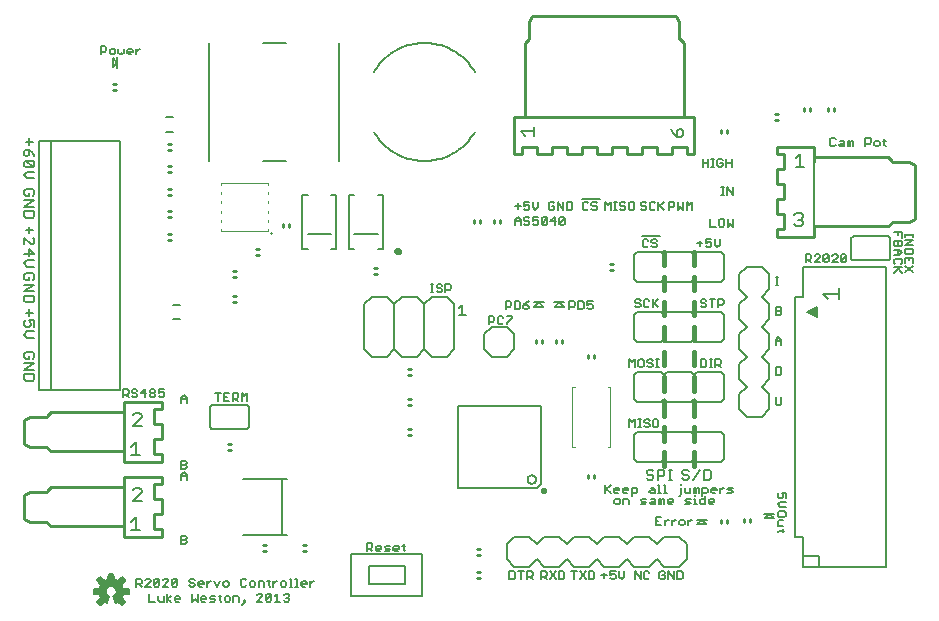
<source format=gto>
G75*
G70*
%OFA0B0*%
%FSLAX24Y24*%
%IPPOS*%
%LPD*%
%AMOC8*
5,1,8,0,0,1.08239X$1,22.5*
%
%ADD10C,0.0060*%
%ADD11C,0.0050*%
%ADD12C,0.0150*%
%ADD13C,0.0110*%
%ADD14C,0.0100*%
%ADD15C,0.0070*%
%ADD16C,0.0120*%
%ADD17C,0.0039*%
%ADD18R,0.0100X0.0200*%
%ADD19R,0.0050X0.0150*%
%ADD20R,0.0100X0.0100*%
%ADD21C,0.0080*%
%ADD22C,0.0059*%
D10*
X007130Y006780D02*
X008230Y006780D01*
X008247Y006782D01*
X008264Y006786D01*
X008280Y006793D01*
X008294Y006803D01*
X008307Y006816D01*
X008317Y006830D01*
X008324Y006846D01*
X008328Y006863D01*
X008330Y006880D01*
X008330Y007480D01*
X008328Y007497D01*
X008324Y007514D01*
X008317Y007530D01*
X008307Y007544D01*
X008294Y007557D01*
X008280Y007567D01*
X008264Y007574D01*
X008247Y007578D01*
X008230Y007580D01*
X007130Y007580D01*
X007113Y007578D01*
X007096Y007574D01*
X007080Y007567D01*
X007066Y007557D01*
X007053Y007544D01*
X007043Y007530D01*
X007036Y007514D01*
X007032Y007497D01*
X007030Y007480D01*
X007030Y006880D01*
X007032Y006863D01*
X007036Y006846D01*
X007043Y006830D01*
X007053Y006816D01*
X007066Y006803D01*
X007080Y006793D01*
X007096Y006786D01*
X007113Y006782D01*
X007130Y006780D01*
X012180Y009430D02*
X012180Y010930D01*
X012430Y011180D01*
X012930Y011180D01*
X013180Y010930D01*
X013180Y009430D01*
X012930Y009180D01*
X012430Y009180D01*
X012180Y009430D01*
X013180Y009430D02*
X013430Y009180D01*
X013930Y009180D01*
X014180Y009430D01*
X014180Y010930D01*
X013930Y011180D01*
X013430Y011180D01*
X013180Y010930D01*
X014180Y010930D02*
X014430Y011180D01*
X014930Y011180D01*
X015180Y010930D01*
X015180Y009430D01*
X014930Y009180D01*
X014430Y009180D01*
X014180Y009430D01*
X015335Y010585D02*
X015562Y010585D01*
X015448Y010585D02*
X015448Y010925D01*
X015335Y010812D01*
X016180Y009930D02*
X016430Y010180D01*
X016930Y010180D01*
X017180Y009930D01*
X017180Y009430D01*
X016930Y009180D01*
X016430Y009180D01*
X016180Y009430D01*
X016180Y009930D01*
X015300Y007560D02*
X018060Y007560D01*
X018060Y004940D01*
X017920Y004800D01*
X015300Y004800D01*
X015300Y007560D01*
X017619Y005100D02*
X017621Y005123D01*
X017627Y005146D01*
X017636Y005167D01*
X017649Y005187D01*
X017665Y005204D01*
X017683Y005218D01*
X017703Y005229D01*
X017725Y005237D01*
X017748Y005241D01*
X017772Y005241D01*
X017795Y005237D01*
X017817Y005229D01*
X017837Y005218D01*
X017855Y005204D01*
X017871Y005187D01*
X017884Y005167D01*
X017893Y005146D01*
X017899Y005123D01*
X017901Y005100D01*
X017899Y005077D01*
X017893Y005054D01*
X017884Y005033D01*
X017871Y005013D01*
X017855Y004996D01*
X017837Y004982D01*
X017817Y004971D01*
X017795Y004963D01*
X017772Y004959D01*
X017748Y004959D01*
X017725Y004963D01*
X017703Y004971D01*
X017683Y004982D01*
X017665Y004996D01*
X017649Y005013D01*
X017636Y005033D01*
X017627Y005054D01*
X017621Y005077D01*
X017619Y005100D01*
X017680Y003180D02*
X017180Y003180D01*
X016930Y002930D01*
X016930Y002430D01*
X017180Y002180D01*
X017680Y002180D01*
X017930Y002430D01*
X018180Y002180D01*
X018680Y002180D01*
X018930Y002430D01*
X019180Y002180D01*
X019680Y002180D01*
X019930Y002430D01*
X020180Y002180D01*
X020680Y002180D01*
X020930Y002430D01*
X021180Y002180D01*
X021680Y002180D01*
X021930Y002430D01*
X022180Y002180D01*
X022680Y002180D01*
X022930Y002430D01*
X022930Y002930D01*
X022680Y003180D01*
X022180Y003180D01*
X021930Y002930D01*
X021680Y003180D01*
X021180Y003180D01*
X020930Y002930D01*
X020680Y003180D01*
X020180Y003180D01*
X019930Y002930D01*
X019680Y003180D01*
X019180Y003180D01*
X018930Y002930D01*
X018680Y003180D01*
X018180Y003180D01*
X017930Y002930D01*
X017680Y003180D01*
X021180Y005780D02*
X021280Y005680D01*
X022080Y005680D01*
X022180Y005780D01*
X022280Y005680D01*
X023080Y005680D01*
X023180Y005780D01*
X023280Y005680D01*
X024080Y005680D01*
X024180Y005780D01*
X024180Y006580D01*
X024080Y006680D01*
X023280Y006680D01*
X023180Y006580D01*
X023080Y006680D01*
X022280Y006680D01*
X022180Y006580D01*
X022080Y006680D01*
X021280Y006680D01*
X021180Y006580D01*
X021180Y005780D01*
X021585Y005369D02*
X021585Y005312D01*
X021642Y005255D01*
X021755Y005255D01*
X021812Y005198D01*
X021812Y005142D01*
X021755Y005085D01*
X021642Y005085D01*
X021585Y005142D01*
X021585Y005369D02*
X021642Y005425D01*
X021755Y005425D01*
X021812Y005369D01*
X021953Y005425D02*
X022123Y005425D01*
X022180Y005369D01*
X022180Y005255D01*
X022123Y005198D01*
X021953Y005198D01*
X021953Y005085D02*
X021953Y005425D01*
X022322Y005425D02*
X022435Y005425D01*
X022378Y005425D02*
X022378Y005085D01*
X022322Y005085D02*
X022435Y005085D01*
X022773Y005142D02*
X022829Y005085D01*
X022943Y005085D01*
X022999Y005142D01*
X022999Y005198D01*
X022943Y005255D01*
X022829Y005255D01*
X022773Y005312D01*
X022773Y005369D01*
X022829Y005425D01*
X022943Y005425D01*
X022999Y005369D01*
X023141Y005085D02*
X023368Y005425D01*
X023509Y005425D02*
X023679Y005425D01*
X023736Y005369D01*
X023736Y005142D01*
X023679Y005085D01*
X023509Y005085D01*
X023509Y005425D01*
X023280Y007680D02*
X024080Y007680D01*
X024180Y007780D01*
X024180Y008580D01*
X024080Y008680D01*
X023280Y008680D01*
X023180Y008580D01*
X023080Y008680D01*
X022280Y008680D01*
X022180Y008580D01*
X022080Y008680D01*
X021280Y008680D01*
X021180Y008580D01*
X021180Y007780D01*
X021280Y007680D01*
X022080Y007680D01*
X022180Y007780D01*
X022280Y007680D01*
X023080Y007680D01*
X023180Y007780D01*
X023280Y007680D01*
X023280Y009680D02*
X023180Y009780D01*
X023080Y009680D01*
X022280Y009680D01*
X022180Y009780D01*
X022080Y009680D01*
X021280Y009680D01*
X021180Y009780D01*
X021180Y010580D01*
X021280Y010680D01*
X022080Y010680D01*
X022180Y010580D01*
X022280Y010680D01*
X023080Y010680D01*
X023180Y010580D01*
X023280Y010680D01*
X024080Y010680D01*
X024180Y010580D01*
X024180Y009780D01*
X024080Y009680D01*
X023280Y009680D01*
X023280Y011680D02*
X024080Y011680D01*
X024180Y011780D01*
X024180Y012580D01*
X024080Y012680D01*
X023280Y012680D01*
X023180Y012580D01*
X023080Y012680D01*
X022280Y012680D01*
X022180Y012580D01*
X022080Y012680D01*
X021280Y012680D01*
X021180Y012580D01*
X021180Y011780D01*
X021280Y011680D01*
X022080Y011680D01*
X022180Y011780D01*
X022280Y011680D01*
X023080Y011680D01*
X023180Y011780D01*
X023280Y011680D01*
X026540Y011180D02*
X026810Y011180D01*
X026810Y011830D01*
X026810Y012180D01*
X027330Y012180D01*
X027930Y012180D01*
X028430Y012180D01*
X029030Y012180D01*
X029560Y012180D01*
X029560Y011830D01*
X029560Y011180D01*
X029560Y003180D01*
X029560Y002530D01*
X029560Y002190D01*
X029030Y002190D01*
X028430Y002190D01*
X027930Y002190D01*
X027330Y002190D01*
X027330Y002530D01*
X026810Y002530D01*
X026810Y002190D01*
X027330Y002190D01*
X026810Y002530D02*
X026810Y003180D01*
X026540Y003180D01*
X026540Y011180D01*
X026930Y010680D02*
X027030Y010680D01*
X026930Y010680D02*
X027260Y010850D01*
X027260Y010510D01*
X026930Y010680D01*
X027460Y011288D02*
X028000Y011288D01*
X028000Y011108D02*
X028000Y011468D01*
X027640Y011108D02*
X027460Y011288D01*
X028505Y012405D02*
X029605Y012405D01*
X029622Y012407D01*
X029639Y012411D01*
X029655Y012418D01*
X029669Y012428D01*
X029682Y012441D01*
X029692Y012455D01*
X029699Y012471D01*
X029703Y012488D01*
X029705Y012505D01*
X029705Y013105D01*
X029703Y013122D01*
X029699Y013139D01*
X029692Y013155D01*
X029682Y013169D01*
X029669Y013182D01*
X029655Y013192D01*
X029639Y013199D01*
X029622Y013203D01*
X029605Y013205D01*
X028505Y013205D01*
X028488Y013203D01*
X028471Y013199D01*
X028455Y013192D01*
X028441Y013182D01*
X028428Y013169D01*
X028418Y013155D01*
X028411Y013139D01*
X028407Y013122D01*
X028405Y013105D01*
X028405Y012505D01*
X028407Y012488D01*
X028411Y012471D01*
X028418Y012455D01*
X028428Y012441D01*
X028441Y012428D01*
X028455Y012418D01*
X028471Y012411D01*
X028488Y012407D01*
X028505Y012405D01*
X006038Y010916D02*
X005802Y010916D01*
X005802Y010444D02*
X006038Y010444D01*
X001175Y010407D02*
X001175Y010180D01*
X001062Y010237D02*
X001005Y010180D01*
X000892Y010180D01*
X000835Y010237D01*
X000835Y010350D01*
X000892Y010407D01*
X001005Y010407D02*
X001062Y010293D01*
X001062Y010237D01*
X001005Y010407D02*
X001175Y010407D01*
X001005Y010548D02*
X001005Y010775D01*
X000892Y010662D02*
X001119Y010662D01*
X001119Y010999D02*
X000892Y010999D01*
X000835Y011056D01*
X000835Y011226D01*
X001175Y011226D01*
X001175Y011056D01*
X001119Y010999D01*
X001175Y011367D02*
X000835Y011367D01*
X001175Y011594D01*
X000835Y011594D01*
X000892Y011736D02*
X001005Y011736D01*
X001005Y011849D01*
X000892Y011736D02*
X000835Y011792D01*
X000835Y011906D01*
X000892Y011963D01*
X001119Y011963D01*
X001175Y011906D01*
X001175Y011792D01*
X001119Y011736D01*
X001175Y012193D02*
X000948Y012193D01*
X000835Y012307D01*
X000948Y012420D01*
X001175Y012420D01*
X001175Y012618D02*
X000835Y012618D01*
X001005Y012562D02*
X001005Y012788D01*
X001175Y012618D01*
X001119Y012930D02*
X001175Y012987D01*
X001175Y013100D01*
X001119Y013157D01*
X001005Y013298D02*
X001005Y013525D01*
X000892Y013412D02*
X001119Y013412D01*
X000835Y013157D02*
X001062Y012930D01*
X001119Y012930D01*
X000835Y012930D02*
X000835Y013157D01*
X000892Y013812D02*
X001119Y013812D01*
X001175Y013868D01*
X001175Y014038D01*
X000835Y014038D01*
X000835Y013868D01*
X000892Y013812D01*
X000835Y014180D02*
X001175Y014180D01*
X001175Y014407D02*
X000835Y014407D01*
X000892Y014548D02*
X001005Y014548D01*
X001005Y014662D01*
X000892Y014775D02*
X000835Y014718D01*
X000835Y014605D01*
X000892Y014548D01*
X001119Y014548D02*
X001175Y014605D01*
X001175Y014718D01*
X001119Y014775D01*
X000892Y014775D01*
X000948Y015131D02*
X001175Y015131D01*
X001175Y015358D02*
X000948Y015358D01*
X000835Y015244D01*
X000948Y015131D01*
X000892Y015499D02*
X000835Y015556D01*
X000835Y015669D01*
X000892Y015726D01*
X001119Y015499D01*
X000892Y015499D01*
X001119Y015499D02*
X001175Y015556D01*
X001175Y015669D01*
X001119Y015726D01*
X000892Y015726D01*
X000892Y015867D02*
X000948Y015867D01*
X001005Y015924D01*
X001005Y016094D01*
X000892Y016094D01*
X000835Y016037D01*
X000835Y015924D01*
X000892Y015867D01*
X001005Y016094D02*
X001119Y015981D01*
X001175Y015867D01*
X001005Y016236D02*
X001005Y016463D01*
X000892Y016349D02*
X001119Y016349D01*
X001175Y014407D02*
X000835Y014180D01*
X005562Y016694D02*
X005798Y016694D01*
X005798Y017166D02*
X005562Y017166D01*
X001175Y010038D02*
X000948Y010038D01*
X000835Y009925D01*
X000948Y009812D01*
X001175Y009812D01*
X001119Y009338D02*
X000892Y009338D01*
X000835Y009281D01*
X000835Y009167D01*
X000892Y009111D01*
X001005Y009111D01*
X001005Y009224D01*
X001119Y009111D02*
X001175Y009167D01*
X001175Y009281D01*
X001119Y009338D01*
X001175Y008969D02*
X000835Y008969D01*
X000835Y008742D02*
X001175Y008742D01*
X001175Y008601D02*
X001175Y008431D01*
X001119Y008374D01*
X000892Y008374D01*
X000835Y008431D01*
X000835Y008601D01*
X001175Y008601D01*
X001175Y008969D02*
X000835Y008742D01*
D11*
X004143Y008100D02*
X004143Y007830D01*
X004143Y007920D02*
X004278Y007920D01*
X004323Y007965D01*
X004323Y008055D01*
X004278Y008100D01*
X004143Y008100D01*
X004233Y007920D02*
X004323Y007830D01*
X004437Y007875D02*
X004482Y007830D01*
X004572Y007830D01*
X004617Y007875D01*
X004617Y007920D01*
X004572Y007965D01*
X004482Y007965D01*
X004437Y008010D01*
X004437Y008055D01*
X004482Y008100D01*
X004572Y008100D01*
X004617Y008055D01*
X004732Y007965D02*
X004912Y007965D01*
X005026Y007920D02*
X005026Y007875D01*
X005071Y007830D01*
X005162Y007830D01*
X005207Y007875D01*
X005207Y007920D01*
X005162Y007965D01*
X005071Y007965D01*
X005026Y008010D01*
X005026Y008055D01*
X005071Y008100D01*
X005162Y008100D01*
X005207Y008055D01*
X005207Y008010D01*
X005162Y007965D01*
X005071Y007965D02*
X005026Y007920D01*
X004867Y007830D02*
X004867Y008100D01*
X004732Y007965D01*
X005321Y007965D02*
X005411Y008010D01*
X005456Y008010D01*
X005501Y007965D01*
X005501Y007875D01*
X005456Y007830D01*
X005366Y007830D01*
X005321Y007875D01*
X005321Y007965D02*
X005321Y008100D01*
X005501Y008100D01*
X006080Y007823D02*
X006080Y007643D01*
X006080Y007778D02*
X006260Y007778D01*
X006260Y007823D02*
X006260Y007643D01*
X006260Y007823D02*
X006170Y007913D01*
X006080Y007823D01*
X007205Y007975D02*
X007385Y007975D01*
X007295Y007975D02*
X007295Y007705D01*
X007500Y007705D02*
X007680Y007705D01*
X007794Y007705D02*
X007794Y007975D01*
X007929Y007975D01*
X007974Y007930D01*
X007974Y007840D01*
X007929Y007795D01*
X007794Y007795D01*
X007884Y007795D02*
X007974Y007705D01*
X008089Y007705D02*
X008089Y007975D01*
X008179Y007885D01*
X008269Y007975D01*
X008269Y007705D01*
X007680Y007975D02*
X007500Y007975D01*
X007500Y007705D01*
X007500Y007840D02*
X007590Y007840D01*
X006215Y005725D02*
X006260Y005680D01*
X006260Y005635D01*
X006215Y005590D01*
X006080Y005590D01*
X006080Y005455D02*
X006080Y005725D01*
X006215Y005725D01*
X006215Y005590D02*
X006260Y005545D01*
X006260Y005500D01*
X006215Y005455D01*
X006080Y005455D01*
X006170Y005350D02*
X006260Y005260D01*
X006260Y005080D01*
X006260Y005215D02*
X006080Y005215D01*
X006080Y005260D02*
X006170Y005350D01*
X006080Y005260D02*
X006080Y005080D01*
X006080Y003225D02*
X006215Y003225D01*
X006260Y003180D01*
X006260Y003135D01*
X006215Y003090D01*
X006080Y003090D01*
X006080Y002955D02*
X006215Y002955D01*
X006260Y003000D01*
X006260Y003045D01*
X006215Y003090D01*
X006080Y002955D02*
X006080Y003225D01*
X005894Y001788D02*
X005939Y001743D01*
X005759Y001563D01*
X005804Y001518D01*
X005894Y001518D01*
X005939Y001563D01*
X005939Y001743D01*
X005894Y001788D02*
X005804Y001788D01*
X005759Y001743D01*
X005759Y001563D01*
X005644Y001518D02*
X005464Y001518D01*
X005644Y001698D01*
X005644Y001743D01*
X005599Y001788D01*
X005509Y001788D01*
X005464Y001743D01*
X005349Y001743D02*
X005169Y001563D01*
X005214Y001518D01*
X005304Y001518D01*
X005349Y001563D01*
X005349Y001743D01*
X005304Y001788D01*
X005214Y001788D01*
X005169Y001743D01*
X005169Y001563D01*
X005055Y001518D02*
X004875Y001518D01*
X005055Y001698D01*
X005055Y001743D01*
X005010Y001788D01*
X004920Y001788D01*
X004875Y001743D01*
X004760Y001743D02*
X004760Y001653D01*
X004715Y001608D01*
X004580Y001608D01*
X004670Y001608D02*
X004760Y001518D01*
X004580Y001518D02*
X004580Y001788D01*
X004715Y001788D01*
X004760Y001743D01*
X005018Y001288D02*
X005018Y001018D01*
X005198Y001018D01*
X005312Y001063D02*
X005357Y001018D01*
X005492Y001018D01*
X005492Y001198D01*
X005607Y001288D02*
X005607Y001018D01*
X005607Y001108D02*
X005742Y001198D01*
X005852Y001153D02*
X005897Y001198D01*
X005987Y001198D01*
X006033Y001153D01*
X006033Y001108D01*
X005852Y001108D01*
X005852Y001063D02*
X005852Y001153D01*
X005852Y001063D02*
X005897Y001018D01*
X005987Y001018D01*
X005742Y001018D02*
X005607Y001108D01*
X005312Y001063D02*
X005312Y001198D01*
X006348Y001563D02*
X006393Y001518D01*
X006483Y001518D01*
X006528Y001563D01*
X006528Y001608D01*
X006483Y001653D01*
X006393Y001653D01*
X006348Y001698D01*
X006348Y001743D01*
X006393Y001788D01*
X006483Y001788D01*
X006528Y001743D01*
X006643Y001653D02*
X006688Y001698D01*
X006778Y001698D01*
X006823Y001653D01*
X006823Y001608D01*
X006643Y001608D01*
X006643Y001563D02*
X006643Y001653D01*
X006643Y001563D02*
X006688Y001518D01*
X006778Y001518D01*
X006937Y001518D02*
X006937Y001698D01*
X007027Y001698D02*
X007072Y001698D01*
X007027Y001698D02*
X006937Y001608D01*
X007183Y001698D02*
X007273Y001518D01*
X007363Y001698D01*
X007477Y001653D02*
X007477Y001563D01*
X007522Y001518D01*
X007613Y001518D01*
X007658Y001563D01*
X007658Y001653D01*
X007613Y001698D01*
X007522Y001698D01*
X007477Y001653D01*
X007371Y001243D02*
X007371Y001063D01*
X007416Y001018D01*
X007522Y001063D02*
X007567Y001018D01*
X007657Y001018D01*
X007702Y001063D01*
X007702Y001153D01*
X007657Y001198D01*
X007567Y001198D01*
X007522Y001153D01*
X007522Y001063D01*
X007416Y001198D02*
X007326Y001198D01*
X007211Y001198D02*
X007076Y001198D01*
X007031Y001153D01*
X007076Y001108D01*
X007166Y001108D01*
X007211Y001063D01*
X007166Y001018D01*
X007031Y001018D01*
X006916Y001108D02*
X006736Y001108D01*
X006736Y001153D02*
X006781Y001198D01*
X006871Y001198D01*
X006916Y001153D01*
X006916Y001108D01*
X006871Y001018D02*
X006781Y001018D01*
X006736Y001063D01*
X006736Y001153D01*
X006622Y001018D02*
X006622Y001288D01*
X006442Y001288D02*
X006442Y001018D01*
X006532Y001108D01*
X006622Y001018D01*
X007817Y001018D02*
X007817Y001198D01*
X007952Y001198D01*
X007997Y001153D01*
X007997Y001018D01*
X008111Y000927D02*
X008201Y001018D01*
X008156Y001018D01*
X008156Y001063D01*
X008201Y001063D01*
X008201Y001018D01*
X008602Y001018D02*
X008783Y001198D01*
X008783Y001243D01*
X008738Y001288D01*
X008647Y001288D01*
X008602Y001243D01*
X008602Y001018D02*
X008783Y001018D01*
X008897Y001063D02*
X009077Y001243D01*
X009077Y001063D01*
X009032Y001018D01*
X008942Y001018D01*
X008897Y001063D01*
X008897Y001243D01*
X008942Y001288D01*
X009032Y001288D01*
X009077Y001243D01*
X009192Y001198D02*
X009282Y001288D01*
X009282Y001018D01*
X009192Y001018D02*
X009372Y001018D01*
X009486Y001063D02*
X009531Y001018D01*
X009621Y001018D01*
X009667Y001063D01*
X009667Y001108D01*
X009621Y001153D01*
X009576Y001153D01*
X009621Y001153D02*
X009667Y001198D01*
X009667Y001243D01*
X009621Y001288D01*
X009531Y001288D01*
X009486Y001243D01*
X009528Y001518D02*
X009573Y001563D01*
X009573Y001653D01*
X009528Y001698D01*
X009438Y001698D01*
X009393Y001653D01*
X009393Y001563D01*
X009438Y001518D01*
X009528Y001518D01*
X009687Y001518D02*
X009777Y001518D01*
X009732Y001518D02*
X009732Y001788D01*
X009687Y001788D01*
X009884Y001788D02*
X009929Y001788D01*
X009929Y001518D01*
X009884Y001518D02*
X009974Y001518D01*
X010080Y001563D02*
X010080Y001653D01*
X010125Y001698D01*
X010215Y001698D01*
X010260Y001653D01*
X010260Y001608D01*
X010080Y001608D01*
X010080Y001563D02*
X010125Y001518D01*
X010215Y001518D01*
X010375Y001518D02*
X010375Y001698D01*
X010465Y001698D02*
X010510Y001698D01*
X010465Y001698D02*
X010375Y001608D01*
X009282Y001698D02*
X009237Y001698D01*
X009147Y001608D01*
X009147Y001518D02*
X009147Y001698D01*
X009041Y001698D02*
X008951Y001698D01*
X008996Y001743D02*
X008996Y001563D01*
X009041Y001518D01*
X008836Y001518D02*
X008836Y001653D01*
X008791Y001698D01*
X008656Y001698D01*
X008656Y001518D01*
X008542Y001563D02*
X008542Y001653D01*
X008496Y001698D01*
X008406Y001698D01*
X008361Y001653D01*
X008361Y001563D01*
X008406Y001518D01*
X008496Y001518D01*
X008542Y001563D01*
X008247Y001563D02*
X008202Y001518D01*
X008112Y001518D01*
X008067Y001563D01*
X008067Y001743D01*
X008112Y001788D01*
X008202Y001788D01*
X008247Y001743D01*
X011750Y001225D02*
X011750Y002605D01*
X014110Y002605D01*
X014110Y001225D01*
X011750Y001225D01*
X012340Y001615D02*
X013520Y001615D01*
X013520Y002215D01*
X012340Y002215D01*
X012340Y001615D01*
X012268Y002705D02*
X012268Y002975D01*
X012403Y002975D01*
X012448Y002930D01*
X012448Y002840D01*
X012403Y002795D01*
X012268Y002795D01*
X012358Y002795D02*
X012448Y002705D01*
X012562Y002750D02*
X012562Y002840D01*
X012607Y002885D01*
X012697Y002885D01*
X012742Y002840D01*
X012742Y002795D01*
X012562Y002795D01*
X012562Y002750D02*
X012607Y002705D01*
X012697Y002705D01*
X012857Y002705D02*
X012992Y002705D01*
X013037Y002750D01*
X012992Y002795D01*
X012902Y002795D01*
X012857Y002840D01*
X012902Y002885D01*
X013037Y002885D01*
X013151Y002840D02*
X013196Y002885D01*
X013287Y002885D01*
X013332Y002840D01*
X013332Y002795D01*
X013151Y002795D01*
X013151Y002750D02*
X013151Y002840D01*
X013151Y002750D02*
X013196Y002705D01*
X013287Y002705D01*
X013491Y002750D02*
X013491Y002930D01*
X013446Y002885D02*
X013536Y002885D01*
X013491Y002750D02*
X013536Y002705D01*
X017018Y002038D02*
X017018Y001768D01*
X017153Y001768D01*
X017198Y001813D01*
X017198Y001993D01*
X017153Y002038D01*
X017018Y002038D01*
X017312Y002038D02*
X017492Y002038D01*
X017402Y002038D02*
X017402Y001768D01*
X017607Y001768D02*
X017607Y002038D01*
X017742Y002038D01*
X017787Y001993D01*
X017787Y001903D01*
X017742Y001858D01*
X017607Y001858D01*
X017697Y001858D02*
X017787Y001768D01*
X018080Y001768D02*
X018080Y002038D01*
X018215Y002038D01*
X018260Y001993D01*
X018260Y001903D01*
X018215Y001858D01*
X018080Y001858D01*
X018170Y001858D02*
X018260Y001768D01*
X018375Y001768D02*
X018555Y002038D01*
X018669Y002038D02*
X018804Y002038D01*
X018849Y001993D01*
X018849Y001813D01*
X018804Y001768D01*
X018669Y001768D01*
X018669Y002038D01*
X018555Y001768D02*
X018375Y002038D01*
X019080Y002038D02*
X019260Y002038D01*
X019170Y002038D02*
X019170Y001768D01*
X019375Y001768D02*
X019555Y002038D01*
X019669Y002038D02*
X019804Y002038D01*
X019849Y001993D01*
X019849Y001813D01*
X019804Y001768D01*
X019669Y001768D01*
X019669Y002038D01*
X019555Y001768D02*
X019375Y002038D01*
X020080Y001903D02*
X020260Y001903D01*
X020375Y001903D02*
X020465Y001948D01*
X020510Y001948D01*
X020555Y001903D01*
X020555Y001813D01*
X020510Y001768D01*
X020420Y001768D01*
X020375Y001813D01*
X020375Y001903D02*
X020375Y002038D01*
X020555Y002038D01*
X020669Y002038D02*
X020669Y001858D01*
X020759Y001768D01*
X020849Y001858D01*
X020849Y002038D01*
X021205Y002038D02*
X021205Y001768D01*
X021385Y001768D02*
X021205Y002038D01*
X021385Y002038D02*
X021385Y001768D01*
X021500Y001813D02*
X021545Y001768D01*
X021635Y001768D01*
X021680Y001813D01*
X021680Y001993D02*
X021635Y002038D01*
X021545Y002038D01*
X021500Y001993D01*
X021500Y001813D01*
X022018Y001813D02*
X022063Y001768D01*
X022153Y001768D01*
X022198Y001813D01*
X022198Y001903D01*
X022108Y001903D01*
X022198Y001993D02*
X022153Y002038D01*
X022063Y002038D01*
X022018Y001993D01*
X022018Y001813D01*
X022312Y001768D02*
X022312Y002038D01*
X022492Y001768D01*
X022492Y002038D01*
X022607Y002038D02*
X022607Y001768D01*
X022742Y001768D01*
X022787Y001813D01*
X022787Y001993D01*
X022742Y002038D01*
X022607Y002038D01*
X022723Y003580D02*
X022678Y003625D01*
X022678Y003715D01*
X022723Y003760D01*
X022813Y003760D01*
X022858Y003715D01*
X022858Y003625D01*
X022813Y003580D01*
X022723Y003580D01*
X022568Y003760D02*
X022523Y003760D01*
X022433Y003670D01*
X022433Y003580D02*
X022433Y003760D01*
X022322Y003760D02*
X022277Y003760D01*
X022187Y003670D01*
X022187Y003580D02*
X022187Y003760D01*
X022073Y003850D02*
X021893Y003850D01*
X021893Y003580D01*
X022073Y003580D01*
X021983Y003715D02*
X021893Y003715D01*
X021876Y004268D02*
X021741Y004268D01*
X021696Y004313D01*
X021741Y004358D01*
X021876Y004358D01*
X021876Y004403D02*
X021876Y004268D01*
X021991Y004268D02*
X021991Y004448D01*
X022036Y004448D01*
X022081Y004403D01*
X022126Y004448D01*
X022171Y004403D01*
X022171Y004268D01*
X022081Y004268D02*
X022081Y004403D01*
X022285Y004403D02*
X022330Y004448D01*
X022421Y004448D01*
X022466Y004403D01*
X022466Y004358D01*
X022285Y004358D01*
X022285Y004313D02*
X022285Y004403D01*
X022285Y004313D02*
X022330Y004268D01*
X022421Y004268D01*
X022875Y004268D02*
X023010Y004268D01*
X023055Y004313D01*
X023010Y004358D01*
X022920Y004358D01*
X022875Y004403D01*
X022920Y004448D01*
X023055Y004448D01*
X023169Y004448D02*
X023214Y004448D01*
X023214Y004268D01*
X023169Y004268D02*
X023259Y004268D01*
X023366Y004313D02*
X023411Y004268D01*
X023546Y004268D01*
X023546Y004538D01*
X023546Y004448D02*
X023411Y004448D01*
X023366Y004403D01*
X023366Y004313D01*
X023446Y004552D02*
X023446Y004823D01*
X023581Y004823D01*
X023626Y004778D01*
X023626Y004688D01*
X023581Y004643D01*
X023446Y004643D01*
X023332Y004643D02*
X023332Y004778D01*
X023287Y004823D01*
X023242Y004778D01*
X023242Y004643D01*
X023214Y004583D02*
X023214Y004538D01*
X023152Y004643D02*
X023152Y004823D01*
X023197Y004823D01*
X023242Y004778D01*
X023037Y004823D02*
X023037Y004643D01*
X022902Y004643D01*
X022857Y004688D01*
X022857Y004823D01*
X022751Y004823D02*
X022751Y004597D01*
X022705Y004552D01*
X022660Y004552D01*
X022751Y004913D02*
X022751Y004958D01*
X022214Y004913D02*
X022214Y004643D01*
X022169Y004643D02*
X022259Y004643D01*
X022063Y004643D02*
X021973Y004643D01*
X022018Y004643D02*
X022018Y004913D01*
X021973Y004913D01*
X021858Y004778D02*
X021858Y004643D01*
X021723Y004643D01*
X021678Y004688D01*
X021723Y004733D01*
X021858Y004733D01*
X021858Y004778D02*
X021813Y004823D01*
X021723Y004823D01*
X022169Y004913D02*
X022214Y004913D01*
X021831Y004448D02*
X021876Y004403D01*
X021831Y004448D02*
X021741Y004448D01*
X021582Y004448D02*
X021446Y004448D01*
X021401Y004403D01*
X021446Y004358D01*
X021537Y004358D01*
X021582Y004313D01*
X021537Y004268D01*
X021401Y004268D01*
X020992Y004268D02*
X020992Y004403D01*
X020947Y004448D01*
X020812Y004448D01*
X020812Y004268D01*
X020698Y004313D02*
X020698Y004403D01*
X020653Y004448D01*
X020563Y004448D01*
X020518Y004403D01*
X020518Y004313D01*
X020563Y004268D01*
X020653Y004268D01*
X020698Y004313D01*
X020635Y004643D02*
X020545Y004643D01*
X020500Y004688D01*
X020500Y004778D01*
X020545Y004823D01*
X020635Y004823D01*
X020680Y004778D01*
X020680Y004733D01*
X020500Y004733D01*
X020385Y004643D02*
X020250Y004778D01*
X020205Y004733D02*
X020385Y004913D01*
X020205Y004913D02*
X020205Y004643D01*
X020794Y004688D02*
X020794Y004778D01*
X020839Y004823D01*
X020929Y004823D01*
X020974Y004778D01*
X020974Y004733D01*
X020794Y004733D01*
X020794Y004688D02*
X020839Y004643D01*
X020929Y004643D01*
X021089Y004643D02*
X021224Y004643D01*
X021269Y004688D01*
X021269Y004778D01*
X021224Y004823D01*
X021089Y004823D01*
X021089Y004552D01*
X022973Y003760D02*
X022973Y003580D01*
X022973Y003670D02*
X023063Y003760D01*
X023108Y003760D01*
X023660Y004313D02*
X023705Y004268D01*
X023796Y004268D01*
X023841Y004358D02*
X023660Y004358D01*
X023660Y004403D02*
X023705Y004448D01*
X023796Y004448D01*
X023841Y004403D01*
X023841Y004358D01*
X023660Y004313D02*
X023660Y004403D01*
X023786Y004643D02*
X023741Y004688D01*
X023741Y004778D01*
X023786Y004823D01*
X023876Y004823D01*
X023921Y004778D01*
X023921Y004733D01*
X023741Y004733D01*
X023786Y004643D02*
X023876Y004643D01*
X024035Y004643D02*
X024035Y004823D01*
X024035Y004733D02*
X024126Y004823D01*
X024171Y004823D01*
X024281Y004778D02*
X024326Y004823D01*
X024461Y004823D01*
X024416Y004733D02*
X024461Y004688D01*
X024416Y004643D01*
X024281Y004643D01*
X024326Y004733D02*
X024281Y004778D01*
X024326Y004733D02*
X024416Y004733D01*
X025955Y004610D02*
X026000Y004655D01*
X025955Y004610D02*
X025955Y004520D01*
X026000Y004475D01*
X026090Y004475D01*
X026135Y004520D01*
X026135Y004565D01*
X026090Y004655D01*
X026225Y004655D01*
X026225Y004475D01*
X026225Y004360D02*
X026045Y004360D01*
X025955Y004270D01*
X026045Y004180D01*
X026225Y004180D01*
X026180Y004030D02*
X026000Y004030D01*
X025955Y003985D01*
X025955Y003895D01*
X026000Y003850D01*
X026180Y003850D01*
X026225Y003895D01*
X026225Y003985D01*
X026180Y004030D01*
X026135Y003735D02*
X026000Y003735D01*
X025955Y003690D01*
X025955Y003555D01*
X026135Y003555D01*
X026135Y003441D02*
X026135Y003351D01*
X026180Y003396D02*
X026000Y003396D01*
X025955Y003351D01*
X021983Y006875D02*
X021938Y006830D01*
X021848Y006830D01*
X021803Y006875D01*
X021803Y007055D01*
X021848Y007100D01*
X021938Y007100D01*
X021983Y007055D01*
X021983Y006875D01*
X021689Y006875D02*
X021644Y006830D01*
X021554Y006830D01*
X021509Y006875D01*
X021554Y006965D02*
X021644Y006965D01*
X021689Y006920D01*
X021689Y006875D01*
X021554Y006965D02*
X021509Y007010D01*
X021509Y007055D01*
X021554Y007100D01*
X021644Y007100D01*
X021689Y007055D01*
X021402Y007100D02*
X021312Y007100D01*
X021357Y007100D02*
X021357Y006830D01*
X021312Y006830D02*
X021402Y006830D01*
X021198Y006830D02*
X021198Y007100D01*
X021108Y007010D01*
X021018Y007100D01*
X021018Y006830D01*
X021018Y008830D02*
X021018Y009100D01*
X021108Y009010D01*
X021198Y009100D01*
X021198Y008830D01*
X021312Y008875D02*
X021357Y008830D01*
X021447Y008830D01*
X021492Y008875D01*
X021492Y009055D01*
X021447Y009100D01*
X021357Y009100D01*
X021312Y009055D01*
X021312Y008875D01*
X021607Y008875D02*
X021652Y008830D01*
X021742Y008830D01*
X021787Y008875D01*
X021787Y008920D01*
X021742Y008965D01*
X021652Y008965D01*
X021607Y009010D01*
X021607Y009055D01*
X021652Y009100D01*
X021742Y009100D01*
X021787Y009055D01*
X021901Y009100D02*
X021992Y009100D01*
X021946Y009100D02*
X021946Y008830D01*
X021901Y008830D02*
X021992Y008830D01*
X023393Y008830D02*
X023528Y008830D01*
X023573Y008875D01*
X023573Y009055D01*
X023528Y009100D01*
X023393Y009100D01*
X023393Y008830D01*
X023687Y008830D02*
X023777Y008830D01*
X023732Y008830D02*
X023732Y009100D01*
X023687Y009100D02*
X023777Y009100D01*
X023884Y009100D02*
X023884Y008830D01*
X023884Y008920D02*
X024019Y008920D01*
X024064Y008965D01*
X024064Y009055D01*
X024019Y009100D01*
X023884Y009100D01*
X023974Y008920D02*
X024064Y008830D01*
X025893Y008850D02*
X025893Y008580D01*
X026028Y008580D01*
X026073Y008625D01*
X026073Y008805D01*
X026028Y008850D01*
X025893Y008850D01*
X025893Y009580D02*
X025893Y009760D01*
X025983Y009850D01*
X026073Y009760D01*
X026073Y009580D01*
X026073Y009715D02*
X025893Y009715D01*
X025893Y010580D02*
X026028Y010580D01*
X026073Y010625D01*
X026073Y010670D01*
X026028Y010715D01*
X025893Y010715D01*
X026028Y010715D02*
X026073Y010760D01*
X026073Y010805D01*
X026028Y010850D01*
X025893Y010850D01*
X025893Y010580D01*
X025893Y011580D02*
X025983Y011580D01*
X025938Y011580D02*
X025938Y011850D01*
X025893Y011850D02*
X025983Y011850D01*
X026893Y012330D02*
X026893Y012600D01*
X027028Y012600D01*
X027073Y012555D01*
X027073Y012465D01*
X027028Y012420D01*
X026893Y012420D01*
X026983Y012420D02*
X027073Y012330D01*
X027187Y012330D02*
X027367Y012510D01*
X027367Y012555D01*
X027322Y012600D01*
X027232Y012600D01*
X027187Y012555D01*
X027187Y012330D02*
X027367Y012330D01*
X027482Y012375D02*
X027662Y012555D01*
X027662Y012375D01*
X027617Y012330D01*
X027527Y012330D01*
X027482Y012375D01*
X027482Y012555D01*
X027527Y012600D01*
X027617Y012600D01*
X027662Y012555D01*
X027776Y012555D02*
X027821Y012600D01*
X027912Y012600D01*
X027957Y012555D01*
X027957Y012510D01*
X027776Y012330D01*
X027957Y012330D01*
X028071Y012375D02*
X028251Y012555D01*
X028251Y012375D01*
X028206Y012330D01*
X028116Y012330D01*
X028071Y012375D01*
X028071Y012555D01*
X028116Y012600D01*
X028206Y012600D01*
X028251Y012555D01*
X027180Y013530D02*
X027180Y015680D01*
X027750Y016205D02*
X027840Y016205D01*
X027885Y016250D01*
X028000Y016250D02*
X028045Y016205D01*
X028180Y016205D01*
X028180Y016340D01*
X028135Y016385D01*
X028045Y016385D01*
X028045Y016295D02*
X028180Y016295D01*
X028045Y016295D02*
X028000Y016250D01*
X027885Y016430D02*
X027840Y016475D01*
X027750Y016475D01*
X027705Y016430D01*
X027705Y016250D01*
X027750Y016205D01*
X028294Y016205D02*
X028294Y016385D01*
X028339Y016385D01*
X028384Y016340D01*
X028429Y016385D01*
X028474Y016340D01*
X028474Y016205D01*
X028384Y016205D02*
X028384Y016340D01*
X028884Y016295D02*
X029019Y016295D01*
X029064Y016340D01*
X029064Y016430D01*
X029019Y016475D01*
X028884Y016475D01*
X028884Y016205D01*
X029178Y016250D02*
X029223Y016205D01*
X029313Y016205D01*
X029358Y016250D01*
X029358Y016340D01*
X029313Y016385D01*
X029223Y016385D01*
X029178Y016340D01*
X029178Y016250D01*
X029473Y016385D02*
X029563Y016385D01*
X029518Y016430D02*
X029518Y016250D01*
X029563Y016205D01*
X029830Y013343D02*
X030100Y013343D01*
X030100Y013162D01*
X030205Y013190D02*
X030205Y013280D01*
X030205Y013235D02*
X030475Y013235D01*
X030475Y013280D02*
X030475Y013190D01*
X030475Y013084D02*
X030205Y012903D01*
X030475Y012903D01*
X030475Y012789D02*
X030205Y012789D01*
X030205Y012654D01*
X030250Y012609D01*
X030430Y012609D01*
X030475Y012654D01*
X030475Y012789D01*
X030475Y012494D02*
X030205Y012494D01*
X030205Y012314D01*
X030100Y012323D02*
X030100Y012414D01*
X030055Y012459D01*
X029875Y012459D01*
X029830Y012414D01*
X029830Y012323D01*
X029875Y012278D01*
X029830Y012164D02*
X030100Y012164D01*
X030205Y012200D02*
X030475Y012019D01*
X030475Y012200D02*
X030205Y012019D01*
X030100Y011984D02*
X029920Y012164D01*
X029965Y012119D02*
X029830Y011984D01*
X030055Y012278D02*
X030100Y012323D01*
X030340Y012404D02*
X030340Y012494D01*
X030475Y012494D02*
X030475Y012314D01*
X030100Y012663D02*
X030010Y012573D01*
X029830Y012573D01*
X029965Y012573D02*
X029965Y012753D01*
X030010Y012753D02*
X030100Y012663D01*
X030010Y012753D02*
X029830Y012753D01*
X029875Y012868D02*
X029830Y012913D01*
X029830Y013048D01*
X030100Y013048D01*
X030100Y012913D01*
X030055Y012868D01*
X030010Y012868D01*
X029965Y012913D01*
X029965Y013048D01*
X029965Y012913D02*
X029920Y012868D01*
X029875Y012868D01*
X030205Y013084D02*
X030475Y013084D01*
X029965Y013252D02*
X029965Y013343D01*
X024474Y013518D02*
X024474Y013788D01*
X024294Y013788D02*
X024294Y013518D01*
X024384Y013608D01*
X024474Y013518D01*
X024180Y013563D02*
X024180Y013743D01*
X024135Y013788D01*
X024045Y013788D01*
X024000Y013743D01*
X024000Y013563D01*
X024045Y013518D01*
X024135Y013518D01*
X024180Y013563D01*
X023885Y013518D02*
X023705Y013518D01*
X023705Y013788D01*
X023099Y014080D02*
X023099Y014350D01*
X023009Y014260D01*
X022919Y014350D01*
X022919Y014080D01*
X022805Y014080D02*
X022715Y014170D01*
X022625Y014080D01*
X022625Y014350D01*
X022510Y014305D02*
X022510Y014215D01*
X022465Y014170D01*
X022330Y014170D01*
X022330Y014080D02*
X022330Y014350D01*
X022465Y014350D01*
X022510Y014305D01*
X022805Y014350D02*
X022805Y014080D01*
X022162Y014080D02*
X022027Y014215D01*
X021982Y014170D02*
X022162Y014350D01*
X021982Y014350D02*
X021982Y014080D01*
X021867Y014125D02*
X021822Y014080D01*
X021732Y014080D01*
X021687Y014125D01*
X021687Y014305D01*
X021732Y014350D01*
X021822Y014350D01*
X021867Y014305D01*
X021573Y014305D02*
X021528Y014350D01*
X021438Y014350D01*
X021393Y014305D01*
X021393Y014260D01*
X021438Y014215D01*
X021528Y014215D01*
X021573Y014170D01*
X021573Y014125D01*
X021528Y014080D01*
X021438Y014080D01*
X021393Y014125D01*
X021171Y014125D02*
X021126Y014080D01*
X021036Y014080D01*
X020991Y014125D01*
X020991Y014305D01*
X021036Y014350D01*
X021126Y014350D01*
X021171Y014305D01*
X021171Y014125D01*
X020876Y014125D02*
X020831Y014080D01*
X020741Y014080D01*
X020696Y014125D01*
X020741Y014215D02*
X020696Y014260D01*
X020696Y014305D01*
X020741Y014350D01*
X020831Y014350D01*
X020876Y014305D01*
X020831Y014215D02*
X020876Y014170D01*
X020876Y014125D01*
X020831Y014215D02*
X020741Y014215D01*
X020590Y014080D02*
X020500Y014080D01*
X020545Y014080D02*
X020545Y014350D01*
X020500Y014350D02*
X020590Y014350D01*
X020385Y014350D02*
X020385Y014080D01*
X020205Y014080D02*
X020205Y014350D01*
X020295Y014260D01*
X020385Y014350D01*
X020019Y014450D02*
X019430Y014450D01*
X019500Y014350D02*
X019455Y014305D01*
X019455Y014125D01*
X019500Y014080D01*
X019590Y014080D01*
X019635Y014125D01*
X019750Y014125D02*
X019795Y014080D01*
X019885Y014080D01*
X019930Y014125D01*
X019930Y014170D01*
X019885Y014215D01*
X019795Y014215D01*
X019750Y014260D01*
X019750Y014305D01*
X019795Y014350D01*
X019885Y014350D01*
X019930Y014305D01*
X019635Y014305D02*
X019590Y014350D01*
X019500Y014350D01*
X019099Y014305D02*
X019054Y014350D01*
X018919Y014350D01*
X018919Y014080D01*
X019054Y014080D01*
X019099Y014125D01*
X019099Y014305D01*
X018805Y014350D02*
X018805Y014080D01*
X018625Y014350D01*
X018625Y014080D01*
X018510Y014125D02*
X018510Y014215D01*
X018420Y014215D01*
X018330Y014125D02*
X018375Y014080D01*
X018465Y014080D01*
X018510Y014125D01*
X018330Y014125D02*
X018330Y014305D01*
X018375Y014350D01*
X018465Y014350D01*
X018510Y014305D01*
X018519Y013850D02*
X018384Y013715D01*
X018564Y013715D01*
X018519Y013580D02*
X018519Y013850D01*
X018678Y013805D02*
X018723Y013850D01*
X018813Y013850D01*
X018858Y013805D01*
X018678Y013625D01*
X018723Y013580D01*
X018813Y013580D01*
X018858Y013625D01*
X018858Y013805D01*
X018678Y013805D02*
X018678Y013625D01*
X018269Y013625D02*
X018269Y013805D01*
X018089Y013625D01*
X018134Y013580D01*
X018224Y013580D01*
X018269Y013625D01*
X018089Y013625D02*
X018089Y013805D01*
X018134Y013850D01*
X018224Y013850D01*
X018269Y013805D01*
X017974Y013850D02*
X017794Y013850D01*
X017794Y013715D01*
X017884Y013760D01*
X017929Y013760D01*
X017974Y013715D01*
X017974Y013625D01*
X017929Y013580D01*
X017839Y013580D01*
X017794Y013625D01*
X017680Y013625D02*
X017635Y013580D01*
X017545Y013580D01*
X017500Y013625D01*
X017545Y013715D02*
X017635Y013715D01*
X017680Y013670D01*
X017680Y013625D01*
X017545Y013715D02*
X017500Y013760D01*
X017500Y013805D01*
X017545Y013850D01*
X017635Y013850D01*
X017680Y013805D01*
X017635Y014080D02*
X017545Y014080D01*
X017500Y014125D01*
X017500Y014215D02*
X017590Y014260D01*
X017635Y014260D01*
X017680Y014215D01*
X017680Y014125D01*
X017635Y014080D01*
X017794Y014170D02*
X017884Y014080D01*
X017974Y014170D01*
X017974Y014350D01*
X017794Y014350D02*
X017794Y014170D01*
X017680Y014350D02*
X017500Y014350D01*
X017500Y014215D01*
X017385Y014215D02*
X017205Y014215D01*
X017295Y014305D02*
X017295Y014125D01*
X017295Y013850D02*
X017205Y013760D01*
X017205Y013580D01*
X017205Y013715D02*
X017385Y013715D01*
X017385Y013760D02*
X017385Y013580D01*
X017385Y013760D02*
X017295Y013850D01*
X015019Y011600D02*
X015064Y011555D01*
X015064Y011465D01*
X015019Y011420D01*
X014884Y011420D01*
X014884Y011330D02*
X014884Y011600D01*
X015019Y011600D01*
X014769Y011555D02*
X014724Y011600D01*
X014634Y011600D01*
X014589Y011555D01*
X014589Y011510D01*
X014634Y011465D01*
X014724Y011465D01*
X014769Y011420D01*
X014769Y011375D01*
X014724Y011330D01*
X014634Y011330D01*
X014589Y011375D01*
X014483Y011330D02*
X014393Y011330D01*
X014438Y011330D02*
X014438Y011600D01*
X014393Y011600D02*
X014483Y011600D01*
X016330Y010538D02*
X016330Y010268D01*
X016330Y010358D02*
X016465Y010358D01*
X016510Y010403D01*
X016510Y010493D01*
X016465Y010538D01*
X016330Y010538D01*
X016625Y010493D02*
X016625Y010313D01*
X016670Y010268D01*
X016760Y010268D01*
X016805Y010313D01*
X016919Y010313D02*
X016919Y010268D01*
X016919Y010313D02*
X017099Y010493D01*
X017099Y010538D01*
X016919Y010538D01*
X016805Y010493D02*
X016760Y010538D01*
X016670Y010538D01*
X016625Y010493D01*
X016893Y010768D02*
X016893Y011038D01*
X017028Y011038D01*
X017073Y010993D01*
X017073Y010903D01*
X017028Y010858D01*
X016893Y010858D01*
X017187Y010768D02*
X017187Y011038D01*
X017322Y011038D01*
X017367Y010993D01*
X017367Y010813D01*
X017322Y010768D01*
X017187Y010768D01*
X017482Y010813D02*
X017482Y010903D01*
X017617Y010903D01*
X017662Y010858D01*
X017662Y010813D01*
X017617Y010768D01*
X017527Y010768D01*
X017482Y010813D01*
X017482Y010903D02*
X017572Y010993D01*
X017662Y011038D01*
X019018Y011038D02*
X019018Y010768D01*
X019018Y010858D02*
X019153Y010858D01*
X019198Y010903D01*
X019198Y010993D01*
X019153Y011038D01*
X019018Y011038D01*
X019312Y011038D02*
X019312Y010768D01*
X019447Y010768D01*
X019492Y010813D01*
X019492Y010993D01*
X019447Y011038D01*
X019312Y011038D01*
X019607Y011038D02*
X019607Y010903D01*
X019697Y010948D01*
X019742Y010948D01*
X019787Y010903D01*
X019787Y010813D01*
X019742Y010768D01*
X019652Y010768D01*
X019607Y010813D01*
X019607Y011038D02*
X019787Y011038D01*
X021205Y011055D02*
X021205Y011010D01*
X021250Y010965D01*
X021340Y010965D01*
X021385Y010920D01*
X021385Y010875D01*
X021340Y010830D01*
X021250Y010830D01*
X021205Y010875D01*
X021205Y011055D02*
X021250Y011100D01*
X021340Y011100D01*
X021385Y011055D01*
X021500Y011055D02*
X021500Y010875D01*
X021545Y010830D01*
X021635Y010830D01*
X021680Y010875D01*
X021794Y010830D02*
X021794Y011100D01*
X021680Y011055D02*
X021635Y011100D01*
X021545Y011100D01*
X021500Y011055D01*
X021794Y010920D02*
X021974Y011100D01*
X021839Y010965D02*
X021974Y010830D01*
X023393Y010875D02*
X023438Y010830D01*
X023528Y010830D01*
X023573Y010875D01*
X023573Y010920D01*
X023528Y010965D01*
X023438Y010965D01*
X023393Y011010D01*
X023393Y011055D01*
X023438Y011100D01*
X023528Y011100D01*
X023573Y011055D01*
X023687Y011100D02*
X023867Y011100D01*
X023777Y011100D02*
X023777Y010830D01*
X023982Y010830D02*
X023982Y011100D01*
X024117Y011100D01*
X024162Y011055D01*
X024162Y010965D01*
X024117Y010920D01*
X023982Y010920D01*
X023947Y012830D02*
X024037Y012920D01*
X024037Y013100D01*
X023857Y013100D02*
X023857Y012920D01*
X023947Y012830D01*
X023742Y012875D02*
X023697Y012830D01*
X023607Y012830D01*
X023562Y012875D01*
X023562Y012965D02*
X023652Y013010D01*
X023697Y013010D01*
X023742Y012965D01*
X023742Y012875D01*
X023562Y012965D02*
X023562Y013100D01*
X023742Y013100D01*
X023448Y012965D02*
X023268Y012965D01*
X023358Y013055D02*
X023358Y012875D01*
X022019Y013200D02*
X021430Y013200D01*
X021500Y013100D02*
X021455Y013055D01*
X021455Y012875D01*
X021500Y012830D01*
X021590Y012830D01*
X021635Y012875D01*
X021750Y012875D02*
X021795Y012830D01*
X021885Y012830D01*
X021930Y012875D01*
X021930Y012920D01*
X021885Y012965D01*
X021795Y012965D01*
X021750Y013010D01*
X021750Y013055D01*
X021795Y013100D01*
X021885Y013100D01*
X021930Y013055D01*
X021635Y013055D02*
X021590Y013100D01*
X021500Y013100D01*
X024080Y014580D02*
X024170Y014580D01*
X024125Y014580D02*
X024125Y014850D01*
X024080Y014850D02*
X024170Y014850D01*
X024276Y014850D02*
X024457Y014580D01*
X024457Y014850D01*
X024276Y014850D02*
X024276Y014580D01*
X024241Y015518D02*
X024241Y015788D01*
X024126Y015743D02*
X024081Y015788D01*
X023991Y015788D01*
X023946Y015743D01*
X023946Y015563D01*
X023991Y015518D01*
X024081Y015518D01*
X024126Y015563D01*
X024126Y015653D01*
X024036Y015653D01*
X024241Y015653D02*
X024421Y015653D01*
X024421Y015788D02*
X024421Y015518D01*
X023840Y015518D02*
X023750Y015518D01*
X023795Y015518D02*
X023795Y015788D01*
X023750Y015788D02*
X023840Y015788D01*
X023635Y015788D02*
X023635Y015518D01*
X023635Y015653D02*
X023455Y015653D01*
X023455Y015518D02*
X023455Y015788D01*
X025893Y007850D02*
X025893Y007625D01*
X025938Y007580D01*
X026028Y007580D01*
X026073Y007625D01*
X026073Y007850D01*
X020170Y001993D02*
X020170Y001813D01*
X004571Y019268D02*
X004571Y019448D01*
X004661Y019448D02*
X004706Y019448D01*
X004661Y019448D02*
X004571Y019358D01*
X004457Y019358D02*
X004276Y019358D01*
X004276Y019403D02*
X004321Y019448D01*
X004412Y019448D01*
X004457Y019403D01*
X004457Y019358D01*
X004412Y019268D02*
X004321Y019268D01*
X004276Y019313D01*
X004276Y019403D01*
X004162Y019448D02*
X004162Y019313D01*
X004117Y019268D01*
X004072Y019313D01*
X004027Y019268D01*
X003982Y019313D01*
X003982Y019448D01*
X003867Y019403D02*
X003822Y019448D01*
X003732Y019448D01*
X003687Y019403D01*
X003687Y019313D01*
X003732Y019268D01*
X003822Y019268D01*
X003867Y019313D01*
X003867Y019403D01*
X003573Y019403D02*
X003573Y019493D01*
X003528Y019538D01*
X003393Y019538D01*
X003393Y019268D01*
X003393Y019358D02*
X003528Y019358D01*
X003573Y019403D01*
D12*
X022180Y012680D02*
X022180Y012238D01*
X022180Y011845D02*
X022180Y011403D01*
X022180Y011009D02*
X022180Y010567D01*
X022180Y010174D02*
X022180Y009732D01*
X022180Y009338D02*
X022180Y008897D01*
X022180Y008503D02*
X022180Y008061D01*
X022180Y007668D02*
X022180Y007226D01*
X022180Y006832D02*
X022180Y006390D01*
X022180Y005997D02*
X022180Y005555D01*
X023180Y005555D02*
X023180Y005997D01*
X023180Y006390D02*
X023180Y006832D01*
X023180Y007226D02*
X023180Y007668D01*
X023180Y008061D02*
X023180Y008503D01*
X023180Y008897D02*
X023180Y009338D01*
X023180Y009732D02*
X023180Y010174D01*
X023180Y010567D02*
X023180Y011009D01*
X023180Y011403D02*
X023180Y011845D01*
X023180Y012238D02*
X023180Y012680D01*
D13*
X018208Y004771D02*
X018110Y004771D01*
X018110Y004673D01*
X018208Y004673D01*
X018208Y004771D01*
D14*
X019643Y005130D02*
X019643Y005230D01*
X019843Y005230D02*
X019843Y005130D01*
X016030Y002780D02*
X015930Y002780D01*
X015930Y002580D02*
X016030Y002580D01*
X016030Y002018D02*
X015930Y002018D01*
X015930Y001818D02*
X016030Y001818D01*
X010230Y002705D02*
X010130Y002705D01*
X010130Y002905D02*
X010230Y002905D01*
X008918Y002905D02*
X008818Y002905D01*
X008818Y002705D02*
X008918Y002705D01*
X005430Y003180D02*
X005430Y003430D01*
X005180Y003430D01*
X005180Y003930D01*
X005430Y003930D01*
X005430Y004430D01*
X005180Y004430D01*
X005180Y004930D01*
X005430Y004930D01*
X005430Y005180D01*
X004180Y005180D01*
X004180Y004830D01*
X001730Y004830D01*
X001590Y004700D01*
X001590Y004680D02*
X001030Y004680D01*
X000830Y004580D01*
X000830Y003780D01*
X001030Y003680D01*
X001590Y003680D01*
X001590Y003660D02*
X001730Y003530D01*
X004180Y003530D01*
X004180Y003180D02*
X004180Y004830D01*
X004180Y005680D02*
X004180Y007330D01*
X001730Y007330D01*
X001590Y007200D01*
X001590Y007180D02*
X001030Y007180D01*
X000830Y007080D01*
X000830Y006280D01*
X001030Y006180D01*
X001590Y006180D01*
X001590Y006160D02*
X001730Y006030D01*
X004180Y006030D01*
X004180Y005680D02*
X005430Y005680D01*
X005430Y005930D01*
X005180Y005930D01*
X005180Y006430D01*
X005430Y006430D01*
X005430Y006930D01*
X005180Y006930D01*
X005180Y007430D01*
X005430Y007430D01*
X005430Y007680D01*
X004180Y007680D01*
X004180Y007330D01*
X007630Y006280D02*
X007730Y006280D01*
X007730Y006080D02*
X007630Y006080D01*
X005430Y003180D02*
X004180Y003180D01*
X013630Y006580D02*
X013730Y006580D01*
X013730Y006780D02*
X013630Y006780D01*
X013630Y007580D02*
X013730Y007580D01*
X013730Y007780D02*
X013630Y007780D01*
X013630Y008580D02*
X013730Y008580D01*
X013730Y008780D02*
X013630Y008780D01*
X012593Y011955D02*
X012493Y011955D01*
X012493Y012155D02*
X012593Y012155D01*
X009655Y013505D02*
X009655Y013605D01*
X009455Y013605D02*
X009455Y013505D01*
X008668Y012780D02*
X008568Y012780D01*
X008568Y012580D02*
X008668Y012580D01*
X007918Y012030D02*
X007818Y012030D01*
X007818Y011830D02*
X007918Y011830D01*
X007918Y011218D02*
X007818Y011218D01*
X007818Y011018D02*
X007918Y011018D01*
X005730Y013080D02*
X005630Y013080D01*
X005630Y013280D02*
X005730Y013280D01*
X005730Y013830D02*
X005630Y013830D01*
X005630Y014030D02*
X005730Y014030D01*
X005730Y014580D02*
X005630Y014580D01*
X005630Y014780D02*
X005730Y014780D01*
X005730Y015330D02*
X005630Y015330D01*
X005630Y015530D02*
X005730Y015530D01*
X005730Y016080D02*
X005630Y016080D01*
X005630Y016280D02*
X005730Y016280D01*
X003918Y018080D02*
X003818Y018080D01*
X003818Y018280D02*
X003918Y018280D01*
X015830Y013730D02*
X015830Y013630D01*
X016030Y013630D02*
X016030Y013730D01*
X016518Y013730D02*
X016518Y013630D01*
X016718Y013630D02*
X016718Y013730D01*
X017180Y015930D02*
X017430Y015930D01*
X017430Y016180D01*
X017930Y016180D01*
X017930Y015930D01*
X018430Y015930D01*
X018430Y016180D01*
X018930Y016180D01*
X018930Y015930D01*
X019430Y015930D01*
X019430Y016180D01*
X019930Y016180D01*
X019930Y015930D01*
X020430Y015930D01*
X020430Y016180D01*
X020930Y016180D01*
X020930Y015930D01*
X021430Y015930D01*
X021430Y016180D01*
X021930Y016180D01*
X021930Y015930D01*
X022430Y015930D01*
X022430Y016180D01*
X022930Y016180D01*
X022930Y015930D01*
X023180Y015930D01*
X023180Y017180D01*
X022830Y017180D01*
X017180Y017180D01*
X017180Y015930D01*
X017530Y017180D02*
X017530Y019630D01*
X017660Y019770D01*
X017680Y019770D02*
X017680Y020330D01*
X017780Y020530D01*
X022580Y020530D01*
X022680Y020330D01*
X022680Y019770D01*
X022700Y019770D02*
X022830Y019630D01*
X022830Y017180D01*
X024080Y016730D02*
X024080Y016630D01*
X024280Y016630D02*
X024280Y016730D01*
X025880Y017080D02*
X025980Y017080D01*
X025980Y017280D02*
X025880Y017280D01*
X026830Y017380D02*
X026830Y017480D01*
X027030Y017480D02*
X027030Y017380D01*
X027643Y017380D02*
X027643Y017480D01*
X027843Y017480D02*
X027843Y017380D01*
X027180Y016180D02*
X025930Y016180D01*
X025930Y015930D01*
X026180Y015930D01*
X026180Y015430D01*
X025930Y015430D01*
X025930Y014930D01*
X026180Y014930D01*
X026180Y014430D01*
X025930Y014430D01*
X025930Y013930D01*
X026180Y013930D01*
X026180Y013430D01*
X025930Y013430D01*
X025930Y013180D01*
X027180Y013180D01*
X027180Y013530D01*
X029630Y013530D01*
X029770Y013660D01*
X029770Y013680D02*
X030330Y013680D01*
X030530Y013780D01*
X030530Y014200D01*
X030530Y014160D02*
X030530Y015580D01*
X030330Y015680D01*
X029770Y015680D01*
X029770Y015700D02*
X029630Y015830D01*
X027180Y015830D01*
X027180Y015680D02*
X027180Y016180D01*
X020480Y012280D02*
X020380Y012280D01*
X020380Y012080D02*
X020480Y012080D01*
X018780Y009730D02*
X018780Y009630D01*
X018580Y009630D02*
X018580Y009730D01*
X018093Y009730D02*
X018093Y009630D01*
X017893Y009630D02*
X017893Y009730D01*
X019643Y009230D02*
X019643Y009130D01*
X019843Y009130D02*
X019843Y009230D01*
X024080Y003730D02*
X024080Y003630D01*
X024280Y003630D02*
X024280Y003730D01*
X024830Y003693D02*
X024830Y003793D01*
X025030Y003793D02*
X025030Y003693D01*
D15*
X025530Y003798D02*
X025830Y003798D01*
X025680Y003938D01*
X025530Y003798D01*
X025510Y003938D02*
X025680Y003938D01*
X025850Y003938D01*
X023600Y003750D02*
X023430Y003750D01*
X023580Y003610D01*
X023280Y003610D01*
X023430Y003751D01*
X023430Y003750D02*
X023260Y003750D01*
X018830Y010860D02*
X018530Y010860D01*
X018680Y011001D01*
X018680Y011000D02*
X018830Y010860D01*
X018850Y011000D02*
X018680Y011000D01*
X018510Y011000D01*
X018163Y011000D02*
X017993Y011000D01*
X018143Y010860D01*
X017843Y010860D01*
X017993Y011001D01*
X017993Y011000D02*
X017823Y011000D01*
X017836Y016554D02*
X017836Y016841D01*
X017836Y016698D02*
X017405Y016698D01*
X017549Y016554D01*
X022385Y016791D02*
X022457Y016648D01*
X022600Y016504D01*
X022600Y016720D01*
X022672Y016791D01*
X022744Y016791D01*
X022816Y016720D01*
X022816Y016576D01*
X022744Y016504D01*
X022600Y016504D01*
X026554Y015811D02*
X026698Y015955D01*
X026698Y015524D01*
X026841Y015524D02*
X026554Y015524D01*
X026576Y013975D02*
X026720Y013975D01*
X026791Y013903D01*
X026791Y013831D01*
X026720Y013760D01*
X026791Y013688D01*
X026791Y013616D01*
X026720Y013544D01*
X026576Y013544D01*
X026504Y013616D01*
X026648Y013760D02*
X026720Y013760D01*
X026576Y013975D02*
X026504Y013903D01*
X004752Y007244D02*
X004680Y007316D01*
X004537Y007316D01*
X004465Y007244D01*
X004752Y007244D02*
X004752Y007173D01*
X004465Y006886D01*
X004752Y006886D01*
X004559Y006336D02*
X004559Y005906D01*
X004702Y005906D02*
X004415Y005906D01*
X004415Y006193D02*
X004559Y006336D01*
X004537Y004816D02*
X004465Y004744D01*
X004537Y004816D02*
X004680Y004816D01*
X004752Y004744D01*
X004752Y004673D01*
X004465Y004386D01*
X004752Y004386D01*
X004559Y003836D02*
X004559Y003406D01*
X004702Y003406D02*
X004415Y003406D01*
X004415Y003693D02*
X004559Y003836D01*
X003938Y018823D02*
X003938Y018993D01*
X003798Y019143D01*
X003798Y018843D01*
X003938Y018993D01*
X003938Y019163D01*
D16*
X013245Y012693D02*
X013247Y012708D01*
X013252Y012722D01*
X013261Y012734D01*
X013273Y012744D01*
X013286Y012750D01*
X013301Y012753D01*
X013316Y012752D01*
X013331Y012747D01*
X013343Y012739D01*
X013354Y012728D01*
X013361Y012715D01*
X013365Y012701D01*
X013365Y012685D01*
X013361Y012671D01*
X013354Y012658D01*
X013343Y012647D01*
X013331Y012639D01*
X013316Y012634D01*
X013301Y012633D01*
X013286Y012636D01*
X013273Y012642D01*
X013261Y012652D01*
X013252Y012664D01*
X013247Y012678D01*
X013245Y012693D01*
D17*
X009046Y013314D02*
X009048Y013322D01*
X009053Y013329D01*
X009060Y013333D01*
X009068Y013334D01*
X009076Y013331D01*
X009082Y013326D01*
X009086Y013318D01*
X009086Y013310D01*
X009082Y013302D01*
X009076Y013297D01*
X009068Y013294D01*
X009060Y013295D01*
X009053Y013299D01*
X009048Y013306D01*
X009046Y013314D01*
X008967Y013393D02*
X008967Y013432D01*
X008967Y013393D02*
X007393Y013393D01*
X007393Y013432D01*
X007393Y013668D02*
X007393Y013747D01*
X007393Y013983D02*
X007393Y014062D01*
X007393Y014298D02*
X007393Y014377D01*
X007393Y014613D02*
X007393Y014692D01*
X007393Y014928D02*
X007393Y014967D01*
X008967Y014967D01*
X008967Y014928D01*
X008967Y014692D02*
X008967Y014613D01*
X008967Y014377D02*
X008967Y014298D01*
X008967Y014062D02*
X008967Y013983D01*
X008967Y013747D02*
X008967Y013668D01*
X019113Y008164D02*
X019191Y008164D01*
X019113Y008164D02*
X019113Y006196D01*
X019191Y006196D01*
X020294Y006196D02*
X020372Y006196D01*
X020372Y008164D01*
X020294Y008164D01*
D18*
X027140Y010680D03*
D19*
X027215Y010755D03*
X027215Y010605D03*
D20*
X027060Y010680D03*
D21*
X025680Y010430D02*
X025430Y010180D01*
X025680Y009930D01*
X025680Y009430D01*
X025430Y009180D01*
X025680Y008930D01*
X025680Y008430D01*
X025430Y008180D01*
X025680Y007930D01*
X025680Y007430D01*
X025430Y007180D01*
X024930Y007180D01*
X024680Y007430D01*
X024680Y007930D01*
X024930Y008180D01*
X024680Y008430D01*
X024680Y008930D01*
X024930Y009180D01*
X024680Y009430D01*
X024680Y009930D01*
X024930Y010180D01*
X024680Y010430D01*
X024680Y010930D01*
X024930Y011180D01*
X024680Y011430D01*
X024680Y011930D01*
X024930Y012180D01*
X025430Y012180D01*
X025680Y011930D01*
X025680Y011430D01*
X025430Y011180D01*
X025680Y010930D01*
X025680Y010430D01*
X012813Y012774D02*
X012636Y012774D01*
X012813Y012774D02*
X012813Y014586D01*
X012636Y014586D01*
X011849Y014586D02*
X011672Y014586D01*
X011672Y012774D01*
X011849Y012774D01*
X011251Y012774D02*
X011074Y012774D01*
X011251Y012774D02*
X011251Y014586D01*
X011074Y014586D01*
X010286Y014586D02*
X010109Y014586D01*
X010109Y012774D01*
X010286Y012774D01*
X010286Y013286D02*
X011074Y013286D01*
X011849Y013286D02*
X012636Y013286D01*
X004019Y016389D02*
X004019Y008082D01*
X001735Y008082D01*
X001735Y016389D01*
X004019Y016389D01*
X001735Y016389D02*
X001341Y016389D01*
X001341Y008082D01*
X001735Y008082D01*
X008119Y005125D02*
X009419Y005125D01*
X009419Y003235D01*
X008119Y003235D01*
X009419Y003235D02*
X009616Y003235D01*
X009616Y005125D02*
X009419Y005125D01*
D22*
X003347Y001276D02*
X003156Y001296D01*
X003156Y001439D01*
X003347Y001459D01*
X003367Y001523D01*
X003398Y001583D01*
X003277Y001731D01*
X003379Y001833D01*
X003527Y001712D01*
X003587Y001743D01*
X003651Y001763D01*
X003671Y001954D01*
X003814Y001954D01*
X003834Y001763D01*
X003898Y001743D01*
X003958Y001712D01*
X004106Y001833D01*
X004208Y001731D01*
X004087Y001583D01*
X004118Y001523D01*
X004138Y001459D01*
X004329Y001439D01*
X004329Y001296D01*
X004138Y001276D01*
X004118Y001212D01*
X004087Y001152D01*
X004208Y001004D01*
X004106Y000902D01*
X003958Y001023D01*
X003898Y000992D01*
X003813Y001197D01*
X003852Y001219D01*
X003884Y001249D01*
X003908Y001286D01*
X003923Y001328D01*
X003927Y001372D01*
X003921Y001415D01*
X003904Y001456D01*
X003879Y001492D01*
X003845Y001521D01*
X003806Y001541D01*
X003763Y001551D01*
X003718Y001550D01*
X003676Y001539D01*
X003637Y001519D01*
X003604Y001489D01*
X003579Y001453D01*
X003563Y001411D01*
X003558Y001368D01*
X003563Y001324D01*
X003578Y001284D01*
X003602Y001248D01*
X003634Y001218D01*
X003672Y001197D01*
X003587Y000992D01*
X003527Y001023D01*
X003379Y000902D01*
X003277Y001004D01*
X003398Y001152D01*
X003367Y001212D01*
X003347Y001276D01*
X003353Y001256D02*
X003597Y001256D01*
X003567Y001313D02*
X003156Y001313D01*
X003156Y001371D02*
X003558Y001371D01*
X003570Y001428D02*
X003156Y001428D01*
X003355Y001486D02*
X003601Y001486D01*
X003691Y001543D02*
X003378Y001543D01*
X003383Y001601D02*
X004102Y001601D01*
X004107Y001543D02*
X003795Y001543D01*
X003883Y001486D02*
X004130Y001486D01*
X004149Y001658D02*
X003336Y001658D01*
X003289Y001716D02*
X003522Y001716D01*
X003535Y001716D02*
X003950Y001716D01*
X003963Y001716D02*
X004196Y001716D01*
X004165Y001774D02*
X004033Y001774D01*
X004104Y001831D02*
X004108Y001831D01*
X003827Y001831D02*
X003658Y001831D01*
X003652Y001774D02*
X003833Y001774D01*
X003821Y001889D02*
X003664Y001889D01*
X003670Y001946D02*
X003815Y001946D01*
X003452Y001774D02*
X003320Y001774D01*
X003377Y001831D02*
X003381Y001831D01*
X003916Y001428D02*
X004329Y001428D01*
X004329Y001371D02*
X003927Y001371D01*
X003918Y001313D02*
X004329Y001313D01*
X004132Y001256D02*
X003888Y001256D01*
X003815Y001198D02*
X004110Y001198D01*
X004097Y001140D02*
X003837Y001140D01*
X003860Y001083D02*
X004143Y001083D01*
X004190Y001025D02*
X003884Y001025D01*
X004026Y000968D02*
X004172Y000968D01*
X004114Y000910D02*
X004096Y000910D01*
X003625Y001083D02*
X003342Y001083D01*
X003388Y001140D02*
X003648Y001140D01*
X003670Y001198D02*
X003375Y001198D01*
X003295Y001025D02*
X003601Y001025D01*
X003459Y000968D02*
X003313Y000968D01*
X003371Y000910D02*
X003389Y000910D01*
X007015Y015711D02*
X007015Y019649D01*
X008786Y019649D02*
X009574Y019649D01*
X011345Y019649D02*
X011345Y015711D01*
X009574Y015711D02*
X008786Y015711D01*
X014180Y015712D02*
X014273Y015715D01*
X014366Y015722D01*
X014458Y015733D01*
X014550Y015749D01*
X014641Y015769D01*
X014731Y015794D01*
X014820Y015822D01*
X014907Y015855D01*
X014992Y015892D01*
X015076Y015933D01*
X015158Y015978D01*
X015237Y016027D01*
X015314Y016079D01*
X015388Y016135D01*
X015460Y016195D01*
X015529Y016257D01*
X015595Y016324D01*
X015657Y016393D01*
X015716Y016465D01*
X015772Y016539D01*
X015824Y016616D01*
X015872Y016696D01*
X014180Y015712D02*
X014087Y015715D01*
X013994Y015722D01*
X013902Y015733D01*
X013810Y015749D01*
X013719Y015769D01*
X013629Y015794D01*
X013540Y015822D01*
X013453Y015855D01*
X013368Y015892D01*
X013284Y015933D01*
X013202Y015978D01*
X013123Y016027D01*
X013046Y016079D01*
X012972Y016135D01*
X012900Y016195D01*
X012831Y016257D01*
X012765Y016324D01*
X012703Y016393D01*
X012644Y016465D01*
X012588Y016539D01*
X012536Y016616D01*
X012488Y016696D01*
X014180Y019648D02*
X014273Y019645D01*
X014366Y019638D01*
X014458Y019627D01*
X014550Y019611D01*
X014641Y019591D01*
X014731Y019566D01*
X014820Y019538D01*
X014907Y019505D01*
X014992Y019468D01*
X015076Y019427D01*
X015158Y019382D01*
X015237Y019333D01*
X015314Y019281D01*
X015388Y019225D01*
X015460Y019165D01*
X015529Y019103D01*
X015595Y019036D01*
X015657Y018967D01*
X015716Y018895D01*
X015772Y018821D01*
X015824Y018744D01*
X015872Y018664D01*
X014180Y019648D02*
X014087Y019645D01*
X013994Y019638D01*
X013902Y019627D01*
X013810Y019611D01*
X013719Y019591D01*
X013629Y019566D01*
X013540Y019538D01*
X013453Y019505D01*
X013368Y019468D01*
X013284Y019427D01*
X013202Y019382D01*
X013123Y019333D01*
X013046Y019281D01*
X012972Y019225D01*
X012900Y019165D01*
X012831Y019103D01*
X012765Y019036D01*
X012703Y018967D01*
X012644Y018895D01*
X012588Y018821D01*
X012536Y018744D01*
X012488Y018664D01*
M02*

</source>
